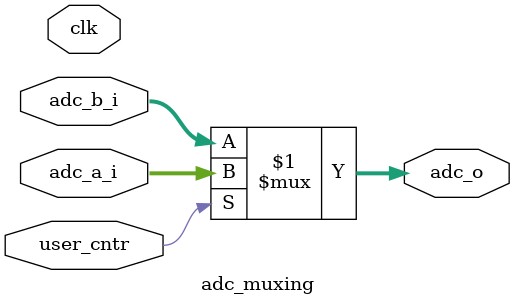
<source format=v>
module adc_muxing(
	// Define Input/output wires
	input wire [13:0] adc_a_i,
    input wire [13:0] adc_b_i,
    
    input wire clk,
    input wire user_cntr,
    output wire [13:0] adc_o
	);
	
	//Muxing Statement
	assign adc_o = (user_cntr) ? adc_a_i: adc_b_i;
	 
endmodule
</source>
